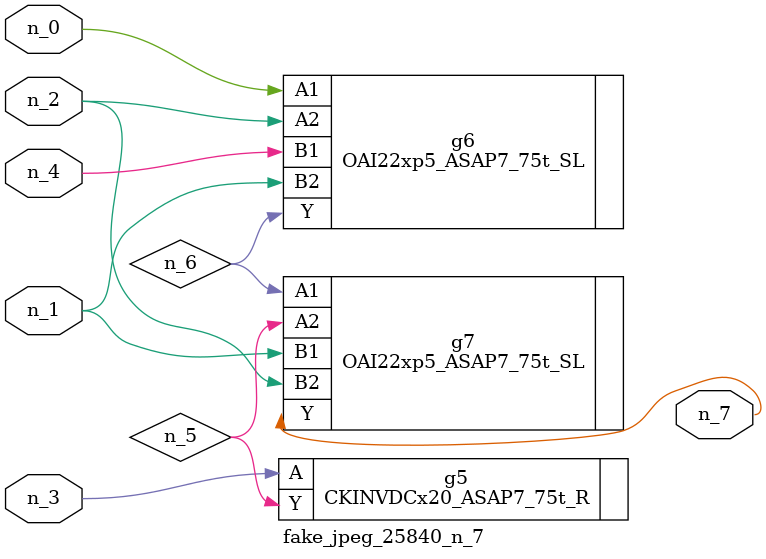
<source format=v>
module fake_jpeg_25840_n_7 (n_3, n_2, n_1, n_0, n_4, n_7);

input n_3;
input n_2;
input n_1;
input n_0;
input n_4;

output n_7;

wire n_6;
wire n_5;

CKINVDCx20_ASAP7_75t_R g5 ( 
.A(n_3),
.Y(n_5)
);

OAI22xp5_ASAP7_75t_SL g6 ( 
.A1(n_0),
.A2(n_2),
.B1(n_4),
.B2(n_1),
.Y(n_6)
);

OAI22xp5_ASAP7_75t_SL g7 ( 
.A1(n_6),
.A2(n_5),
.B1(n_1),
.B2(n_2),
.Y(n_7)
);


endmodule
</source>
